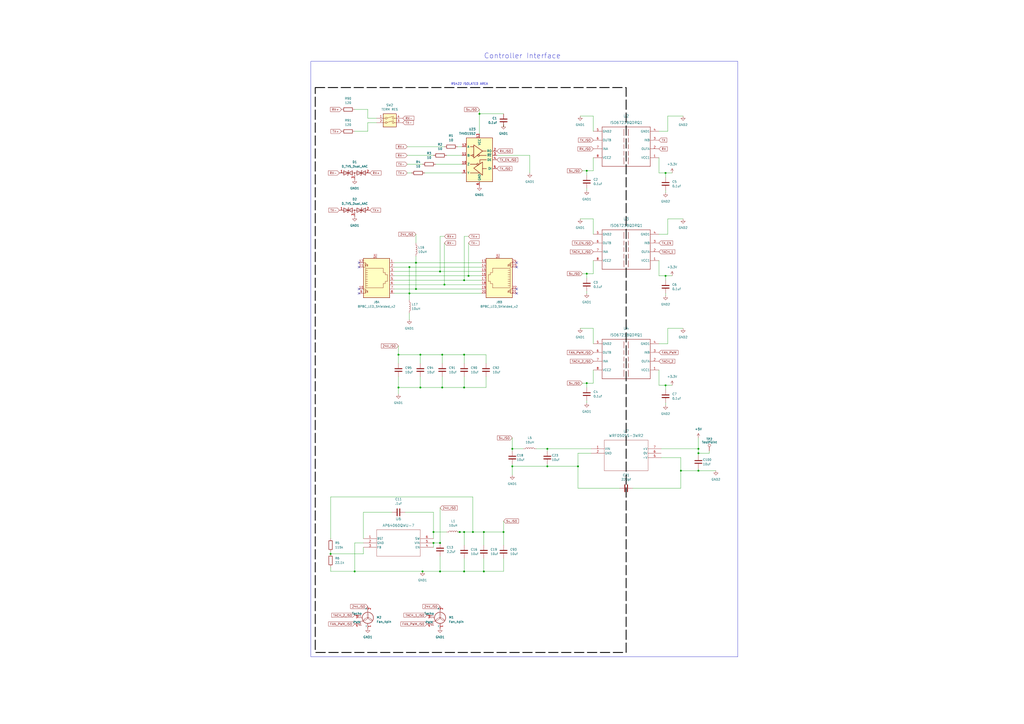
<source format=kicad_sch>
(kicad_sch (version 20230121) (generator eeschema)
  (paper "A2")
  (lib_symbols
    (symbol "2023-05-31_00-34-52:ISO6721BQDRQ1" (pin_names (offset 0.254))
      (property "Reference" "U" (at 0 2.54 0))
      (property "Value" "ISO6721BQDRQ1" (at 0 0 0))
      (symbol "ISO6721BQDRQ1_0_1"
        (pin power_in line (at 0 0 0) (length 5.08) (name "VCC1") (number "1"))
        (pin output line (at 0 -5.08 0) (length 5.08) (name "OUTA") (number "2"))
        (pin input line (at 0 -10.16 0) (length 5.08) (name "INB") (number "3"))
        (pin power_in line (at 0 -15.24 0) (length 5.08) (name "GND1") (number "4"))
        (pin power_in line (at 38.1 -15.24 180) (length 5.08) (name "GND2") (number "5"))
        (pin output line (at 38.1 -10.16 180) (length 5.08) (name "OUTB") (number "6"))
        (pin input line (at 38.1 -5.08 180) (length 5.08) (name "INA") (number "7"))
        (pin power_in line (at 38.1 0 180) (length 5.08) (name "VCC2") (number "8"))
      )
    )
    (symbol "2023-05-31_19-45-09:AP64060QWU-7" (pin_names (offset 0.254))
      (property "Reference" "U" (at 20.32 10.16 0))
      (property "Value" "AP64060QWU-7" (at 20.32 7.62 0))
      (symbol "AP64060QWU-7_0_1"
        (pin unspecified line (at 0 0 0) (length 7.62) (name "BST") (number "1"))
        (pin power_out line (at 0 -2.54 0) (length 7.62) (name "GND") (number "2"))
        (pin unspecified line (at 0 -5.08 0) (length 7.62) (name "FB") (number "3"))
        (pin unspecified line (at 40.64 -5.08 180) (length 7.62) (name "EN") (number "4"))
        (pin unspecified line (at 40.64 -2.54 180) (length 7.62) (name "VIN") (number "5"))
        (pin unspecified line (at 40.64 0 180) (length 7.62) (name "SW") (number "6"))
      )
    )
    (symbol "Connector:8P8C_LED_Shielded_x2"
      (property "Reference" "J" (at -5.08 13.97 0))
      (property "Value" "8P8C_LED_Shielded_x2" (at 1.27 13.97 0))
      (symbol "8P8C_LED_Shielded_x2_1_1"
        (pin passive line (at 10.16 -7.62 180) (length 2.54) (name "~") (number "1"))
        (pin passive line (at -10.16 7.62 0) (length 2.54) (name "~") (number "10"))
        (pin passive line (at -10.16 -5.08 0) (length 2.54) (name "~") (number "11"))
        (pin passive line (at -10.16 -7.62 0) (length 2.54) (name "~") (number "12"))
        (pin passive line (at 10.16 -5.08 180) (length 2.54) (name "~") (number "2"))
        (pin passive line (at 10.16 -2.54 180) (length 2.54) (name "~") (number "3"))
        (pin passive line (at 10.16 0 180) (length 2.54) (name "~") (number "4"))
        (pin passive line (at 10.16 2.54 180) (length 2.54) (name "~") (number "5"))
        (pin passive line (at 10.16 5.08 180) (length 2.54) (name "~") (number "6"))
        (pin passive line (at 10.16 7.62 180) (length 2.54) (name "~") (number "7"))
        (pin passive line (at 10.16 10.16 180) (length 2.54) (name "~") (number "8"))
        (pin passive line (at -10.16 10.16 0) (length 2.54) (name "~") (number "9"))
        (pin passive line (at 0 -12.7 90) (length 2.54) (name "~") (number "SH"))
      )
      (symbol "8P8C_LED_Shielded_x2_2_1"
        (pin passive line (at 10.16 -7.62 180) (length 2.54) (name "~") (number "13"))
        (pin passive line (at 10.16 -5.08 180) (length 2.54) (name "~") (number "14"))
        (pin passive line (at 10.16 -2.54 180) (length 2.54) (name "~") (number "15"))
        (pin passive line (at 10.16 0 180) (length 2.54) (name "~") (number "16"))
        (pin passive line (at 10.16 2.54 180) (length 2.54) (name "~") (number "17"))
        (pin passive line (at 10.16 5.08 180) (length 2.54) (name "~") (number "18"))
        (pin passive line (at 10.16 7.62 180) (length 2.54) (name "~") (number "19"))
        (pin passive line (at 10.16 10.16 180) (length 2.54) (name "~") (number "20"))
        (pin passive line (at -10.16 10.16 0) (length 2.54) (name "~") (number "21"))
        (pin passive line (at -10.16 7.62 0) (length 2.54) (name "~") (number "22"))
        (pin passive line (at -10.16 -5.08 0) (length 2.54) (name "~") (number "23"))
        (pin passive line (at -10.16 -7.62 0) (length 2.54) (name "~") (number "24"))
        (pin passive line (at 0 -12.7 90) (length 2.54) (name "~") (number "SH"))
      )
    )
    (symbol "Connector:TestPoint" (pin_numbers hide) (pin_names (offset 0.762) hide)
      (property "Reference" "TP" (at 0 6.858 0))
      (property "Value" "TestPoint" (at 0 5.08 0))
      (symbol "TestPoint_1_1"
        (pin passive line (at 0 0 90) (length 2.54) (name "1") (number "1"))
      )
    )
    (symbol "Device:C" (pin_numbers hide) (pin_names (offset 0.254))
      (property "Reference" "C" (at 0.635 2.54 0))
      (property "Value" "C" (at 0.635 -2.54 0))
      (symbol "C_1_1"
        (pin passive line (at 0 3.81 270) (length 2.794) (name "~") (number "1"))
        (pin passive line (at 0 -3.81 90) (length 2.794) (name "~") (number "2"))
      )
    )
    (symbol "Device:D_TVS_Dual_AAC" (pin_names (offset 1.016) hide)
      (property "Reference" "D" (at 0 4.445 0))
      (property "Value" "D_TVS_Dual_AAC" (at 0 2.54 0))
      (symbol "D_TVS_Dual_AAC_1_1"
        (pin passive line (at -8.89 0 0) (length 2.54) (name "A1") (number "1"))
        (pin passive line (at 8.89 0 180) (length 2.54) (name "A2") (number "2"))
        (pin input line (at 0 -3.81 90) (length 2.54) (name "common") (number "3"))
      )
    )
    (symbol "Device:L" (pin_numbers hide) (pin_names (offset 1.016) hide)
      (property "Reference" "L" (at -1.27 0 90))
      (property "Value" "L" (at 1.905 0 90))
      (symbol "L_1_1"
        (pin passive line (at 0 3.81 270) (length 1.27) (name "1") (number "1"))
        (pin passive line (at 0 -3.81 90) (length 1.27) (name "2") (number "2"))
      )
    )
    (symbol "Device:R" (pin_numbers hide) (pin_names (offset 0))
      (property "Reference" "R" (at 2.032 0 90))
      (property "Value" "R" (at 0 0 90))
      (symbol "R_1_1"
        (pin passive line (at 0 3.81 270) (length 1.27) (name "~") (number "1"))
        (pin passive line (at 0 -3.81 90) (length 1.27) (name "~") (number "2"))
      )
    )
    (symbol "F0505S DC-DC:F0505S" (pin_names (offset 0.254))
      (property "Reference" "U7" (at 20.32 10.16 0))
      (property "Value" "WRF0505S-3WR2" (at 20.32 7.62 0))
      (symbol "F0505S_1_1"
        (pin power_in line (at 0 0 0) (length 7.62) (name "VIN") (number "1"))
        (pin power_in line (at 0 -2.54 0) (length 7.62) (name "GND") (number "2"))
        (pin power_out line (at 40.64 -5.08 180) (length 7.62) (name "-V") (number "5"))
        (pin power_out line (at 40.64 -2.54 180) (length 7.62) (name "0V") (number "6"))
        (pin power_out line (at 40.64 0 180) (length 7.62) (name "+V") (number "7"))
      )
    )
    (symbol "Interface_UART:ADM1491EBR"
      (property "Reference" "U" (at -7.62 16.51 0))
      (property "Value" "ADM1491EBR" (at -11.43 -13.97 0))
      (symbol "ADM1491EBR_1_1"
        (pin no_connect line (at -7.62 -10.16 0) (length 2.54) hide (name "NC") (number "1"))
        (pin output line (at 10.16 -2.54 180) (length 2.54) (name "Z") (number "10"))
        (pin input line (at 10.16 2.54 180) (length 2.54) (name "B") (number "11"))
        (pin input line (at 10.16 7.62 180) (length 2.54) (name "A") (number "12"))
        (pin power_in line (at 0 15.24 270) (length 2.54) (name "VCC") (number "13"))
        (pin passive line (at 0 15.24 270) (length 2.54) hide (name "VCC") (number "14"))
        (pin output line (at -10.16 5.08 0) (length 2.54) (name "RO") (number "2"))
        (pin input line (at -10.16 2.54 0) (length 2.54) (name "~{RE}") (number "3"))
        (pin input line (at -10.16 0 0) (length 2.54) (name "DE") (number "4"))
        (pin input line (at -10.16 -5.08 0) (length 2.54) (name "DI") (number "5"))
        (pin power_in line (at 0 -15.24 90) (length 2.54) (name "GND") (number "6"))
        (pin passive line (at 0 -15.24 90) (length 2.54) hide (name "GND") (number "7"))
        (pin no_connect line (at -7.62 -7.62 0) (length 2.54) hide (name "NC") (number "8"))
        (pin output line (at 10.16 -7.62 180) (length 2.54) (name "Y") (number "9"))
      )
    )
    (symbol "Motor:Fan_4pin" (pin_names (offset 0))
      (property "Reference" "M" (at 2.54 5.08 0))
      (property "Value" "Fan_4pin" (at 2.54 -2.54 0))
      (symbol "Fan_4pin_1_1"
        (pin passive line (at 0 -5.08 90) (length 2.54) (name "-") (number "1"))
        (pin passive line (at 0 7.62 270) (length 2.54) (name "+") (number "2"))
        (pin passive line (at -7.62 2.54 0) (length 2.54) (name "Tacho") (number "3"))
        (pin input line (at -7.62 -2.54 0) (length 2.54) (name "PWM") (number "4"))
      )
    )
    (symbol "Switch:SW_DIP_x02" (pin_names (offset 0) hide)
      (property "Reference" "SW" (at 0 6.35 0))
      (property "Value" "SW_DIP_x02" (at 0 -3.81 0))
      (symbol "SW_DIP_x02_1_1"
        (pin passive line (at -7.62 2.54 0) (length 5.08) (name "~") (number "1"))
        (pin passive line (at -7.62 0 0) (length 5.08) (name "~") (number "2"))
        (pin passive line (at 7.62 0 180) (length 5.08) (name "~") (number "3"))
        (pin passive line (at 7.62 2.54 180) (length 5.08) (name "~") (number "4"))
      )
    )
    (symbol "power:+3.3V" (power) (pin_names (offset 0))
      (property "Value" "+3.3V" (at 0 3.556 0))
      (symbol "+3.3V_1_1"
        (pin power_in line (at 0 0 90) (length 0) hide (name "+3.3V") (number "1"))
      )
    )
    (symbol "power:+5V" (power) (pin_names (offset 0))
      (property "Value" "+5V" (at 0 3.556 0))
      (symbol "+5V_1_1"
        (pin power_in line (at 0 0 90) (length 0) hide (name "+5V") (number "1"))
      )
    )
    (symbol "power:GND1" (power) (pin_names (offset 0))
      (property "Value" "GND1" (at 0 -3.81 0))
      (symbol "GND1_1_1"
        (pin power_in line (at 0 0 270) (length 0) hide (name "GND1") (number "1"))
      )
    )
    (symbol "power:GND2" (power) (pin_names (offset 0))
      (property "Value" "GND2" (at 0 -3.81 0))
      (symbol "GND2_1_1"
        (pin power_in line (at 0 0 270) (length 0) hide (name "GND2") (number "1"))
      )
    )
  )
  (junction (at 231.14 224.79))
  (junction (at 335.28 270.51))
  (junction (at 256.54 205.74))
  (junction (at 269.24 308.61))
  (junction (at 386.08 160.02))
  (junction (at 405.13 273.05))
  (junction (at 257.81 165.1))
  (junction (at 255.27 314.96))
  (junction (at 405.13 262.89))
  (junction (at 237.49 170.18))
  (junction (at 241.3 167.64))
  (junction (at 405.13 260.35))
  (junction (at 297.18 270.51))
  (junction (at 271.78 160.02))
  (junction (at 317.5 270.51))
  (junction (at 251.46 308.61))
  (junction (at 269.24 162.56))
  (junction (at 266.7 308.61))
  (junction (at 255.27 331.47))
  (junction (at 292.1 308.61))
  (junction (at 269.24 224.79))
  (junction (at 274.32 308.61))
  (junction (at 280.67 331.47))
  (junction (at 340.36 222.25))
  (junction (at 386.08 100.33))
  (junction (at 256.54 224.79))
  (junction (at 231.14 205.74))
  (junction (at 394.97 273.05))
  (junction (at 269.24 205.74))
  (junction (at 317.5 260.35))
  (junction (at 340.36 99.06))
  (junction (at 251.46 314.96))
  (junction (at 241.3 152.4))
  (junction (at 386.08 223.52))
  (junction (at 245.11 331.47))
  (junction (at 243.84 205.74))
  (junction (at 340.36 158.75))
  (junction (at 255.27 157.48))
  (junction (at 269.24 331.47))
  (junction (at 237.49 154.94))
  (junction (at 280.67 308.61))
  (junction (at 191.77 321.31))
  (junction (at 297.18 260.35))
  (junction (at 278.13 66.04))
  (junction (at 243.84 224.79))
  (junction (at 205.74 331.47))
  (no_connect (at 208.28 152.4))
  (no_connect (at 299.72 152.4))
  (no_connect (at 299.72 167.64))
  (no_connect (at 208.28 170.18))
  (no_connect (at 299.72 154.94))
  (no_connect (at 299.72 170.18))
  (no_connect (at 208.28 154.94))
  (no_connect (at 208.28 167.64))
  (wire (pts (xy 386.08 110.49) (xy 386.08 111.76)))
  (wire (pts (xy 394.97 283.21) (xy 394.97 273.05)))
  (wire (pts (xy 274.32 288.29) (xy 274.32 308.61)))
  (wire (pts (xy 389.89 100.33) (xy 386.08 100.33)))
  (wire (pts (xy 280.67 308.61) (xy 280.67 316.23)))
  (wire (pts (xy 387.35 76.2) (xy 387.35 67.31)))
  (wire (pts (xy 317.5 260.35) (xy 342.9 260.35)))
  (wire (pts (xy 237.49 170.18) (xy 237.49 173.99)))
  (wire (pts (xy 267.97 85.09) (xy 265.43 85.09)))
  (wire (pts (xy 231.14 218.44) (xy 231.14 224.79)))
  (wire (pts (xy 386.08 233.68) (xy 386.08 234.95)))
  (wire (pts (xy 241.3 148.59) (xy 241.3 152.4)))
  (wire (pts (xy 267.97 95.25) (xy 252.73 95.25)))
  (wire (pts (xy 292.1 72.39) (xy 292.1 73.66)))
  (wire (pts (xy 205.74 63.5) (xy 213.36 63.5)))
  (wire (pts (xy 383.54 260.35) (xy 405.13 260.35)))
  (wire (pts (xy 251.46 297.18) (xy 234.95 297.18)))
  (wire (pts (xy 297.18 270.51) (xy 317.5 270.51)))
  (wire (pts (xy 382.27 223.52) (xy 382.27 214.63)))
  (wire (pts (xy 344.17 222.25) (xy 340.36 222.25)))
  (wire (pts (xy 405.13 262.89) (xy 405.13 264.16)))
  (wire (pts (xy 231.14 228.6) (xy 231.14 224.79)))
  (wire (pts (xy 344.17 127) (xy 344.17 135.89)))
  (wire (pts (xy 255.27 322.58) (xy 255.27 331.47)))
  (wire (pts (xy 292.1 302.26) (xy 292.1 308.61)))
  (wire (pts (xy 344.17 99.06) (xy 340.36 99.06)))
  (wire (pts (xy 228.6 157.48) (xy 255.27 157.48)))
  (wire (pts (xy 386.08 160.02) (xy 382.27 160.02)))
  (wire (pts (xy 243.84 218.44) (xy 243.84 224.79)))
  (wire (pts (xy 340.36 168.91) (xy 340.36 170.18)))
  (wire (pts (xy 411.48 262.89) (xy 405.13 262.89)))
  (wire (pts (xy 297.18 260.35) (xy 303.53 260.35)))
  (wire (pts (xy 228.6 154.94) (xy 237.49 154.94)))
  (wire (pts (xy 231.14 210.82) (xy 231.14 205.74)))
  (wire (pts (xy 205.74 314.96) (xy 205.74 331.47)))
  (wire (pts (xy 243.84 205.74) (xy 243.84 210.82)))
  (wire (pts (xy 307.34 100.33) (xy 307.34 90.17)))
  (wire (pts (xy 387.35 190.5) (xy 396.24 190.5)))
  (wire (pts (xy 191.77 331.47) (xy 205.74 331.47)))
  (wire (pts (xy 386.08 100.33) (xy 386.08 102.87)))
  (wire (pts (xy 236.22 95.25) (xy 245.11 95.25)))
  (wire (pts (xy 205.74 76.2) (xy 213.36 76.2)))
  (wire (pts (xy 191.77 312.42) (xy 191.77 288.29)))
  (wire (pts (xy 269.24 224.79) (xy 256.54 224.79)))
  (wire (pts (xy 213.36 71.12) (xy 218.44 71.12)))
  (wire (pts (xy 382.27 76.2) (xy 387.35 76.2)))
  (wire (pts (xy 256.54 205.74) (xy 256.54 210.82)))
  (wire (pts (xy 271.78 140.97) (xy 271.78 160.02)))
  (wire (pts (xy 411.48 261.62) (xy 411.48 262.89)))
  (wire (pts (xy 335.28 262.89) (xy 335.28 270.51)))
  (wire (pts (xy 269.24 308.61) (xy 269.24 316.23)))
  (wire (pts (xy 359.41 283.21) (xy 335.28 283.21)))
  (wire (pts (xy 269.24 205.74) (xy 269.24 210.82)))
  (wire (pts (xy 256.54 224.79) (xy 256.54 218.44)))
  (wire (pts (xy 307.34 90.17) (xy 288.29 90.17)))
  (wire (pts (xy 340.36 222.25) (xy 337.82 222.25)))
  (wire (pts (xy 382.27 160.02) (xy 382.27 151.13)))
  (wire (pts (xy 241.3 152.4) (xy 241.3 167.64)))
  (wire (pts (xy 405.13 254) (xy 405.13 260.35)))
  (wire (pts (xy 281.94 210.82) (xy 281.94 205.74)))
  (wire (pts (xy 251.46 308.61) (xy 251.46 297.18)))
  (wire (pts (xy 394.97 265.43) (xy 394.97 273.05)))
  (wire (pts (xy 191.77 320.04) (xy 191.77 321.31)))
  (wire (pts (xy 297.18 275.59) (xy 297.18 270.51)))
  (wire (pts (xy 205.74 331.47) (xy 245.11 331.47)))
  (wire (pts (xy 257.81 140.97) (xy 257.81 165.1)))
  (wire (pts (xy 274.32 308.61) (xy 280.67 308.61)))
  (wire (pts (xy 191.77 288.29) (xy 274.32 288.29)))
  (wire (pts (xy 243.84 224.79) (xy 256.54 224.79)))
  (wire (pts (xy 265.43 308.61) (xy 266.7 308.61)))
  (wire (pts (xy 387.35 199.39) (xy 387.35 190.5)))
  (wire (pts (xy 269.24 205.74) (xy 256.54 205.74)))
  (wire (pts (xy 336.55 190.5) (xy 344.17 190.5)))
  (wire (pts (xy 405.13 273.05) (xy 415.29 273.05)))
  (wire (pts (xy 344.17 158.75) (xy 340.36 158.75)))
  (wire (pts (xy 237.49 154.94) (xy 279.4 154.94)))
  (wire (pts (xy 387.35 127) (xy 396.24 127)))
  (wire (pts (xy 292.1 308.61) (xy 280.67 308.61)))
  (wire (pts (xy 336.55 67.31) (xy 344.17 67.31)))
  (wire (pts (xy 251.46 308.61) (xy 259.08 308.61)))
  (wire (pts (xy 269.24 137.16) (xy 269.24 162.56)))
  (wire (pts (xy 269.24 162.56) (xy 279.4 162.56)))
  (wire (pts (xy 386.08 223.52) (xy 382.27 223.52)))
  (wire (pts (xy 231.14 200.66) (xy 231.14 205.74)))
  (wire (pts (xy 257.81 165.1) (xy 279.4 165.1)))
  (wire (pts (xy 292.1 323.85) (xy 292.1 331.47)))
  (wire (pts (xy 387.35 135.89) (xy 387.35 127)))
  (wire (pts (xy 340.36 99.06) (xy 337.82 99.06)))
  (wire (pts (xy 317.5 270.51) (xy 335.28 270.51)))
  (wire (pts (xy 271.78 137.16) (xy 269.24 137.16)))
  (wire (pts (xy 269.24 308.61) (xy 274.32 308.61)))
  (wire (pts (xy 317.5 269.24) (xy 317.5 270.51)))
  (wire (pts (xy 228.6 162.56) (xy 269.24 162.56)))
  (wire (pts (xy 255.27 294.64) (xy 255.27 314.96)))
  (wire (pts (xy 228.6 170.18) (xy 237.49 170.18)))
  (wire (pts (xy 228.6 165.1) (xy 257.81 165.1)))
  (wire (pts (xy 405.13 271.78) (xy 405.13 273.05)))
  (wire (pts (xy 311.15 260.35) (xy 317.5 260.35)))
  (wire (pts (xy 228.6 167.64) (xy 241.3 167.64)))
  (wire (pts (xy 340.36 222.25) (xy 340.36 224.79)))
  (wire (pts (xy 281.94 218.44) (xy 281.94 224.79)))
  (wire (pts (xy 237.49 170.18) (xy 279.4 170.18)))
  (wire (pts (xy 382.27 199.39) (xy 387.35 199.39)))
  (wire (pts (xy 389.89 223.52) (xy 386.08 223.52)))
  (wire (pts (xy 228.6 152.4) (xy 241.3 152.4)))
  (wire (pts (xy 386.08 100.33) (xy 382.27 100.33)))
  (wire (pts (xy 269.24 218.44) (xy 269.24 224.79)))
  (wire (pts (xy 243.84 205.74) (xy 256.54 205.74)))
  (wire (pts (xy 267.97 100.33) (xy 246.38 100.33)))
  (wire (pts (xy 340.36 109.22) (xy 340.36 110.49)))
  (wire (pts (xy 210.82 317.5) (xy 210.82 321.31)))
  (wire (pts (xy 257.81 137.16) (xy 255.27 137.16)))
  (wire (pts (xy 213.36 76.2) (xy 213.36 71.12)))
  (wire (pts (xy 386.08 223.52) (xy 386.08 226.06)))
  (wire (pts (xy 210.82 312.42) (xy 210.82 297.18)))
  (wire (pts (xy 213.36 63.5) (xy 213.36 68.58)))
  (wire (pts (xy 340.36 99.06) (xy 340.36 101.6)))
  (wire (pts (xy 297.18 260.35) (xy 297.18 261.62)))
  (wire (pts (xy 278.13 63.5) (xy 278.13 66.04)))
  (wire (pts (xy 191.77 328.93) (xy 191.77 331.47)))
  (wire (pts (xy 335.28 262.89) (xy 342.9 262.89)))
  (wire (pts (xy 271.78 160.02) (xy 279.4 160.02)))
  (wire (pts (xy 335.28 283.21) (xy 335.28 270.51)))
  (wire (pts (xy 297.18 269.24) (xy 297.18 270.51)))
  (wire (pts (xy 344.17 151.13) (xy 344.17 158.75)))
  (wire (pts (xy 269.24 323.85) (xy 269.24 331.47)))
  (wire (pts (xy 231.14 205.74) (xy 243.84 205.74)))
  (wire (pts (xy 292.1 66.04) (xy 278.13 66.04)))
  (wire (pts (xy 251.46 314.96) (xy 255.27 314.96)))
  (wire (pts (xy 344.17 214.63) (xy 344.17 222.25)))
  (wire (pts (xy 251.46 312.42) (xy 251.46 308.61)))
  (wire (pts (xy 255.27 331.47) (xy 269.24 331.47)))
  (wire (pts (xy 382.27 100.33) (xy 382.27 91.44)))
  (wire (pts (xy 267.97 90.17) (xy 259.08 90.17)))
  (wire (pts (xy 210.82 321.31) (xy 191.77 321.31)))
  (wire (pts (xy 344.17 91.44) (xy 344.17 99.06)))
  (wire (pts (xy 236.22 100.33) (xy 238.76 100.33)))
  (wire (pts (xy 241.3 152.4) (xy 279.4 152.4)))
  (wire (pts (xy 386.08 160.02) (xy 386.08 162.56)))
  (wire (pts (xy 297.18 260.35) (xy 297.18 254)))
  (wire (pts (xy 280.67 323.85) (xy 280.67 331.47)))
  (wire (pts (xy 317.5 260.35) (xy 317.5 261.62)))
  (wire (pts (xy 210.82 297.18) (xy 227.33 297.18)))
  (wire (pts (xy 387.35 67.31) (xy 396.24 67.31)))
  (wire (pts (xy 237.49 154.94) (xy 237.49 170.18)))
  (wire (pts (xy 382.27 135.89) (xy 387.35 135.89)))
  (wire (pts (xy 389.89 160.02) (xy 386.08 160.02)))
  (wire (pts (xy 394.97 265.43) (xy 383.54 265.43)))
  (wire (pts (xy 281.94 224.79) (xy 269.24 224.79)))
  (wire (pts (xy 231.14 224.79) (xy 243.84 224.79)))
  (wire (pts (xy 251.46 314.96) (xy 251.46 317.5)))
  (wire (pts (xy 241.3 167.64) (xy 279.4 167.64)))
  (wire (pts (xy 344.17 67.31) (xy 344.17 76.2)))
  (wire (pts (xy 336.55 127) (xy 344.17 127)))
  (wire (pts (xy 236.22 85.09) (xy 257.81 85.09)))
  (wire (pts (xy 269.24 331.47) (xy 280.67 331.47)))
  (wire (pts (xy 292.1 308.61) (xy 292.1 316.23)))
  (wire (pts (xy 213.36 68.58) (xy 218.44 68.58)))
  (wire (pts (xy 228.6 160.02) (xy 271.78 160.02)))
  (wire (pts (xy 386.08 170.18) (xy 386.08 171.45)))
  (wire (pts (xy 292.1 331.47) (xy 280.67 331.47)))
  (wire (pts (xy 344.17 190.5) (xy 344.17 199.39)))
  (wire (pts (xy 245.11 331.47) (xy 255.27 331.47)))
  (wire (pts (xy 237.49 181.61) (xy 237.49 185.42)))
  (wire (pts (xy 255.27 137.16) (xy 255.27 157.48)))
  (wire (pts (xy 281.94 205.74) (xy 269.24 205.74)))
  (wire (pts (xy 405.13 260.35) (xy 405.13 262.89)))
  (wire (pts (xy 266.7 308.61) (xy 269.24 308.61)))
  (wire (pts (xy 340.36 158.75) (xy 340.36 161.29)))
  (wire (pts (xy 255.27 157.48) (xy 279.4 157.48)))
  (wire (pts (xy 367.03 283.21) (xy 394.97 283.21)))
  (wire (pts (xy 241.3 135.89) (xy 241.3 140.97)))
  (wire (pts (xy 278.13 66.04) (xy 278.13 77.47)))
  (wire (pts (xy 236.22 90.17) (xy 251.46 90.17)))
  (wire (pts (xy 340.36 232.41) (xy 340.36 233.68)))
  (wire (pts (xy 394.97 273.05) (xy 405.13 273.05)))
  (wire (pts (xy 210.82 314.96) (xy 205.74 314.96)))
  (wire (pts (xy 340.36 158.75) (xy 337.82 158.75)))
  (rectangle (start 182.88 50.8) (end 363.22 378.46) (stroke (width 0.5) (type dash) (color 0 0 0 0.14)))
  (rectangle (start 180.34 35.56) (end 427.99 381))
  (text "RS422 ISOLATED AREA" (at 261.62 49.53 0) (effects (font (size 1.27 1.27)) (justify left bottom)))
  (text "Controller Interface" (at 280.67 34.29 0) (effects (font (size 3 3)) (justify left bottom)))
  (global_label "5v_ISO" (shape input) (at 278.13 63.5 180) (property "Intersheetrefs" "${INTERSHEET_REFS}" (effects hide)))
  (global_label "5v_ISO" (shape input) (at 337.82 158.75 180) (property "Intersheetrefs" "${INTERSHEET_REFS}" (effects hide)))
  (global_label "TX+" (shape input) (at 236.22 100.33 180) (property "Intersheetrefs" "${INTERSHEET_REFS}" (effects hide)))
  (global_label "TX-" (shape input) (at 196.85 121.92 180) (property "Intersheetrefs" "${INTERSHEET_REFS}" (effects hide)))
  (global_label "RX-" (shape input) (at 236.22 90.17 180) (property "Intersheetrefs" "${INTERSHEET_REFS}" (effects hide)))
  (global_label "24V_ISO" (shape input) (at 255.27 351.79 180) (property "Intersheetrefs" "${INTERSHEET_REFS}" (effects hide)))
  (global_label "TX_ISO" (shape input) (at 344.17 81.28 180) (property "Intersheetrefs" "${INTERSHEET_REFS}" (effects hide)))
  (global_label "RX+" (shape input) (at 214.63 100.33 0) (property "Intersheetrefs" "${INTERSHEET_REFS}" (effects hide)))
  (global_label "TACH_2_ISO" (shape input) (at 205.74 356.87 180) (property "Intersheetrefs" "${INTERSHEET_REFS}" (effects hide)))
  (global_label "RX-" (shape input) (at 257.81 140.97 0) (property "Intersheetrefs" "${INTERSHEET_REFS}" (effects hide)))
  (global_label "TX_EN_ISO" (shape input) (at 344.17 140.97 180) (property "Intersheetrefs" "${INTERSHEET_REFS}" (effects hide)))
  (global_label "24V_ISO" (shape input) (at 255.27 294.64 0) (property "Intersheetrefs" "${INTERSHEET_REFS}" (effects hide)))
  (global_label "5v_ISO" (shape input) (at 337.82 222.25 180) (property "Intersheetrefs" "${INTERSHEET_REFS}" (effects hide)))
  (global_label "24V_ISO" (shape input) (at 213.36 351.79 180) (property "Intersheetrefs" "${INTERSHEET_REFS}" (effects hide)))
  (global_label "FAN_PWM_ISO" (shape input) (at 205.74 361.95 180) (property "Intersheetrefs" "${INTERSHEET_REFS}" (effects hide)))
  (global_label "5v_ISO" (shape input) (at 337.82 99.06 180) (property "Intersheetrefs" "${INTERSHEET_REFS}" (effects hide)))
  (global_label "RX-" (shape input) (at 196.85 100.33 180) (property "Intersheetrefs" "${INTERSHEET_REFS}" (effects hide)))
  (global_label "TX" (shape input) (at 382.27 81.28 0) (property "Intersheetrefs" "${INTERSHEET_REFS}" (effects hide)))
  (global_label "5v_ISO" (shape input) (at 297.18 254 180) (property "Intersheetrefs" "${INTERSHEET_REFS}" (effects hide)))
  (global_label "TX+" (shape input) (at 214.63 121.92 0) (property "Intersheetrefs" "${INTERSHEET_REFS}" (effects hide)))
  (global_label "TX+" (shape input) (at 198.12 76.2 180) (property "Intersheetrefs" "${INTERSHEET_REFS}" (effects hide)))
  (global_label "RX_ISO" (shape input) (at 344.17 86.36 180) (property "Intersheetrefs" "${INTERSHEET_REFS}" (effects hide)))
  (global_label "TACH_1_ISO" (shape input) (at 247.65 356.87 180) (property "Intersheetrefs" "${INTERSHEET_REFS}" (effects hide)))
  (global_label "TX-" (shape input) (at 271.78 140.97 0) (property "Intersheetrefs" "${INTERSHEET_REFS}" (effects hide)))
  (global_label "TACH_1" (shape input) (at 382.27 146.05 0) (property "Intersheetrefs" "${INTERSHEET_REFS}" (effects hide)))
  (global_label "RX_ISO" (shape input) (at 288.29 87.63 0) (property "Intersheetrefs" "${INTERSHEET_REFS}" (effects hide)))
  (global_label "TACH_2_ISO" (shape input) (at 344.17 209.55 180) (property "Intersheetrefs" "${INTERSHEET_REFS}" (effects hide)))
  (global_label "RX+" (shape input) (at 236.22 85.09 180) (property "Intersheetrefs" "${INTERSHEET_REFS}" (effects hide)))
  (global_label "TX_EN" (shape input) (at 382.27 140.97 0) (property "Intersheetrefs" "${INTERSHEET_REFS}" (effects hide)))
  (global_label "TACH_1_ISO" (shape input) (at 344.17 146.05 180) (property "Intersheetrefs" "${INTERSHEET_REFS}" (effects hide)))
  (global_label "24V_ISO" (shape input) (at 231.14 200.66 180) (property "Intersheetrefs" "${INTERSHEET_REFS}" (effects hide)))
  (global_label "TX_ISO" (shape input) (at 288.29 97.79 0) (property "Intersheetrefs" "${INTERSHEET_REFS}" (effects hide)))
  (global_label "RX+" (shape input) (at 257.81 137.16 0) (property "Intersheetrefs" "${INTERSHEET_REFS}" (effects hide)))
  (global_label "FAN_PWM_ISO" (shape input) (at 344.17 204.47 180) (property "Intersheetrefs" "${INTERSHEET_REFS}" (effects hide)))
  (global_label "FAN_PWM_ISO" (shape input) (at 247.65 361.95 180) (property "Intersheetrefs" "${INTERSHEET_REFS}" (effects hide)))
  (global_label "TX-" (shape input) (at 233.68 71.12 0) (property "Intersheetrefs" "${INTERSHEET_REFS}" (effects hide)))
  (global_label "5v_ISO" (shape input) (at 292.1 302.26 0) (property "Intersheetrefs" "${INTERSHEET_REFS}" (effects hide)))
  (global_label "TX-" (shape input) (at 236.22 95.25 180) (property "Intersheetrefs" "${INTERSHEET_REFS}" (effects hide)))
  (global_label "FAN_PWM" (shape input) (at 382.27 204.47 0) (property "Intersheetrefs" "${INTERSHEET_REFS}" (effects hide)))
  (global_label "TX+" (shape input) (at 271.78 137.16 0) (property "Intersheetrefs" "${INTERSHEET_REFS}" (effects hide)))
  (global_label "RX-" (shape input) (at 233.68 68.58 0) (property "Intersheetrefs" "${INTERSHEET_REFS}" (effects hide)))
  (global_label "24V_ISO" (shape input) (at 241.3 135.89 180) (property "Intersheetrefs" "${INTERSHEET_REFS}" (effects hide)))
  (global_label "RX" (shape input) (at 382.27 86.36 0) (property "Intersheetrefs" "${INTERSHEET_REFS}" (effects hide)))
  (global_label "TX_EN_ISO" (shape input) (at 288.29 92.71 0) (property "Intersheetrefs" "${INTERSHEET_REFS}" (effects hide)))
  (global_label "RX+" (shape input) (at 198.12 63.5 180) (property "Intersheetrefs" "${INTERSHEET_REFS}" (effects hide)))
  (global_label "TACH_2" (shape input) (at 382.27 209.55 0) (property "Intersheetrefs" "${INTERSHEET_REFS}" (effects hide)))
  (symbol (lib_id "Device:C") (at 231.14 214.63 0) (unit 1)
    (property "Reference" "C95" (at 234.95 213.3599 0) (effects (justify left)))
    (property "Value" "10uf" (at 234.95 215.8999 0) (effects (justify left)))
    (property "Footprint" "Capacitor_SMD:C_0805_2012Metric" (effects hide))
    (instances (project "HV servo drive v1" (path "" (reference "C95") (unit 1)) (path "" (reference "C1") (unit 1))))
  )
  (symbol (lib_id "power:GND1") (at 340.36 170.18 0) (unit 1)
    (property "Reference" "#PWR09" (effects hide))
    (property "Value" "GND1" (at 340.36 175.26 0))
    (instances (project "HV servo drive v1" (path "" (reference "#PWR09") (unit 1)) (path "" (reference "#PWR020") (unit 1))))
  )
  (symbol (lib_id "power:GND1") (at 213.36 364.49 0) (unit 1)
    (property "Reference" "#PWR029" (effects hide))
    (property "Value" "GND1" (at 213.36 369.57 0))
    (instances (project "HV servo drive v1" (path "" (reference "#PWR029") (unit 1)) (path "" (reference "#PWR03") (unit 1))))
  )
  (symbol (lib_id "Device:R") (at 248.92 95.25 270) (mirror x) (unit 1)
    (property "Reference" "R3" (at 248.92 88.9 90))
    (property "Value" "10" (at 248.92 91.44 90))
    (property "Footprint" "Resistor_SMD:R_0603_1608Metric" (effects hide))
    (instances (project "HV servo drive v1" (path "" (reference "R3") (unit 1)) (path "" (reference "R6") (unit 1))))
  )
  (symbol (lib_id "Connector:8P8C_LED_Shielded_x2") (at 289.56 160.02 180) (unit 2)
    (property "Reference" "J8" (at 289.56 175.26 0))
    (property "Value" "8P8C_LED_Shielded_x2" (at 289.56 177.8 0))
    (property "Footprint" "footprints:RJ45_E5908-0T0343-L" (effects hide))
    (instances (project "HV servo drive v1" (path "" (reference "J8") (unit 2)) (path "" (reference "J7") (unit 2))))
  )
  (symbol (lib_id "power:GND1") (at 307.34 100.33 0) (mirror y) (unit 1)
    (property "Reference" "#PWR011" (effects hide))
    (property "Value" "GND1" (at 307.34 105.41 0))
    (instances (project "HV servo drive v1" (path "" (reference "#PWR011") (unit 1)) (path "" (reference "#PWR015") (unit 1))))
  )
  (symbol (lib_id "F0505S DC-DC:F0505S") (at 342.9 260.35 0) (unit 1)
    (property "Reference" "U7" (at 363.22 250.19 0) (effects (font (size 1.524 1.524))))
    (property "Value" "WRF0505S-3WR2" (at 363.22 252.73 0) (effects (font (size 1.524 1.524))))
    (property "Footprint" "footprints:F0505S-2WR3" (effects hide))
    (property "Datasheet" "WRF0505S-3WR2" (effects hide))
    (instances (project "HV servo drive v1" (path "" (reference "U7") (unit 1)) (path "" (reference "U4") (unit 1))))
  )
  (symbol (lib_id "Switch:SW_DIP_x02") (at 226.06 71.12 0) (unit 1)
    (property "Reference" "SW2" (at 226.06 60.96 0))
    (property "Value" "TERM RES" (at 226.06 63.5 0))
    (property "Footprint" "Package_DIP:DIP-4_W7.62mm" (effects hide))
  )
  (symbol (lib_id "power:GND1") (at 205.74 125.73 0) (unit 1)
    (property "Reference" "#PWR025" (effects hide))
    (property "Value" "GND1" (at 205.74 130.81 0))
    (instances (project "HV servo drive v1" (path "" (reference "#PWR025") (unit 1)) (path "" (reference "#PWR02") (unit 1))))
  )
  (symbol (lib_id "power:GND1") (at 297.18 275.59 0) (unit 1)
    (property "Reference" "#PWR039" (effects hide))
    (property "Value" "GND1" (at 297.18 280.67 0))
    (instances (project "HV servo drive v1" (path "" (reference "#PWR039") (unit 1)) (path "" (reference "#PWR014") (unit 1))))
  )
  (symbol (lib_id "Device:D_TVS_Dual_AAC") (at 205.74 121.92 0) (unit 1)
    (property "Reference" "D2" (at 205.74 115.57 0))
    (property "Value" "D_TVS_Dual_AAC" (at 205.74 118.11 0))
    (property "Footprint" "Package_TO_SOT_SMD:SOT-23" (effects hide))
  )
  (symbol (lib_id "Device:L") (at 262.89 308.61 90) (unit 1)
    (property "Reference" "L1" (at 262.89 302.26 90))
    (property "Value" "10uH" (at 262.89 304.8 90))
    (property "Footprint" "Inductor_SMD:L_1008_2520Metric" (effects hide))
    (instances (project "HV servo drive v1" (path "" (reference "L1") (unit 1)) (path "" (reference "L16") (unit 1))))
  )
  (symbol (lib_id "Device:R") (at 201.93 76.2 90) (unit 1)
    (property "Reference" "R91" (at 201.93 69.85 90))
    (property "Value" "120" (at 201.93 72.39 90))
    (property "Footprint" "Resistor_SMD:R_0603_1608Metric" (effects hide))
    (instances (project "HV servo drive v1" (path "" (reference "R91") (unit 1)) (path "" (reference "R4") (unit 1))))
  )
  (symbol (lib_id "Device:C") (at 243.84 214.63 0) (unit 1)
    (property "Reference" "C94" (at 247.65 213.3599 0) (effects (justify left)))
    (property "Value" "10uf" (at 247.65 215.8999 0) (effects (justify left)))
    (property "Footprint" "Capacitor_SMD:C_0805_2012Metric" (effects hide))
    (instances (project "HV servo drive v1" (path "" (reference "C94") (unit 1)) (path "" (reference "C3") (unit 1))))
  )
  (symbol (lib_id "Device:C") (at 405.13 267.97 0) (unit 1)
    (property "Reference" "C100" (at 407.67 266.7 0) (effects (justify left)))
    (property "Value" "10uf" (at 407.67 269.24 0) (effects (justify left)))
    (property "Footprint" "Capacitor_SMD:C_0805_2012Metric" (effects hide))
  )
  (symbol (lib_id "Device:C") (at 281.94 214.63 0) (unit 1)
    (property "Reference" "C92" (at 285.75 213.3599 0) (effects (justify left)))
    (property "Value" "10uf" (at 285.75 215.8999 0) (effects (justify left)))
    (property "Footprint" "Capacitor_SMD:C_0805_2012Metric" (effects hide))
    (instances (project "HV servo drive v1" (path "" (reference "C92") (unit 1)) (path "" (reference "C13") (unit 1))))
  )
  (symbol (lib_id "Device:C") (at 340.36 228.6 0) (unit 1)
    (property "Reference" "C4" (at 344.17 227.3299 0) (effects (justify left)))
    (property "Value" "0.1uf" (at 344.17 229.8699 0) (effects (justify left)))
    (property "Footprint" "Capacitor_SMD:C_0603_1608Metric" (effects hide))
    (instances (project "HV servo drive v1" (path "" (reference "C4") (unit 1)) (path "" (reference "C91") (unit 1))))
  )
  (symbol (lib_id "2023-05-31_19-45-09:AP64060QWU-7") (at 210.82 312.42 0) (unit 1)
    (property "Reference" "U6" (at 231.14 300.99 0) (effects (font (size 1.524 1.524))))
    (property "Value" "AP64060QWU-7" (at 231.14 304.8 0) (effects (font (size 1.524 1.524))))
    (property "Footprint" "footprints:IC6_AP64060QWU-7_DIO" (effects hide))
    (property "Datasheet" "AP64060QWU-7" (effects hide))
    (instances (project "HV servo drive v1" (path "" (reference "U6") (unit 1)) (path "" (reference "U2") (unit 1))))
  )
  (symbol (lib_id "2023-05-31_00-34-52:ISO6721BQDRQ1") (at 382.27 91.44 180) (unit 1)
    (property "Reference" "U2" (at 363.22 67.31 0) (effects (font (size 1.524 1.524))))
    (property "Value" "ISO6721BQDRQ1" (at 363.22 71.12 0) (effects (font (size 1.524 1.524))))
    (property "Footprint" "footprints:SOICN-8_LTF" (effects hide))
    (property "Datasheet" "ISO6721BQDRQ1" (effects hide))
    (instances (project "HV servo drive v1" (path "" (reference "U2") (unit 1)) (path "" (reference "U6") (unit 1))))
  )
  (symbol (lib_id "Device:C") (at 292.1 320.04 0) (unit 1)
    (property "Reference" "C93" (at 295.91 318.7699 0) (effects (justify left)))
    (property "Value" "10uf" (at 295.91 321.3099 0) (effects (justify left)))
    (property "Footprint" "Capacitor_SMD:C_0805_2012Metric" (effects hide))
    (instances (project "HV servo drive v1" (path "" (reference "C93") (unit 1)) (path "" (reference "C18") (unit 1))))
  )
  (symbol (lib_id "Device:C") (at 256.54 214.63 0) (unit 1)
    (property "Reference" "C91" (at 260.35 213.3599 0) (effects (justify left)))
    (property "Value" "10uf" (at 260.35 215.8999 0) (effects (justify left)))
    (property "Footprint" "Capacitor_SMD:C_0805_2012Metric" (effects hide))
    (instances (project "HV servo drive v1" (path "" (reference "C91") (unit 1)) (path "" (reference "C5") (unit 1))))
  )
  (symbol (lib_id "Device:C") (at 269.24 320.04 0) (unit 1)
    (property "Reference" "C16" (at 273.05 318.7699 0) (effects (justify left)))
    (property "Value" "10uf" (at 273.05 321.3099 0) (effects (justify left)))
    (property "Footprint" "Capacitor_SMD:C_0805_2012Metric" (effects hide))
    (instances (project "HV servo drive v1" (path "" (reference "C16") (unit 1)) (path "" (reference "C7") (unit 1))))
  )
  (symbol (lib_id "power:GND1") (at 205.74 104.14 0) (unit 1)
    (property "Reference" "#PWR024" (effects hide))
    (property "Value" "GND1" (at 205.74 109.22 0))
    (instances (project "HV servo drive v1" (path "" (reference "#PWR024") (unit 1)) (path "" (reference "#PWR01") (unit 1))))
  )
  (symbol (lib_id "power:GND2") (at 386.08 234.95 0) (unit 1)
    (property "Reference" "#PWR016" (effects hide))
    (property "Value" "GND2" (at 386.08 240.03 0))
    (instances (project "HV servo drive v1" (path "" (reference "#PWR016") (unit 1)) (path "" (reference "#PWR024") (unit 1))))
  )
  (symbol (lib_id "power:GND2") (at 415.29 273.05 0) (unit 1)
    (property "Reference" "#PWR0100" (effects hide))
    (property "Value" "GND2" (at 415.29 278.13 0))
    (instances (project "HV servo drive v1" (path "" (reference "#PWR0100") (unit 1)) (path "" (reference "#PWR0128") (unit 1))))
  )
  (symbol (lib_id "Device:C") (at 340.36 105.41 0) (unit 1)
    (property "Reference" "C2" (at 344.17 104.1399 0) (effects (justify left)))
    (property "Value" "0.1uf" (at 344.17 106.6799 0) (effects (justify left)))
    (property "Footprint" "Capacitor_SMD:C_0603_1608Metric" (effects hide))
    (instances (project "HV servo drive v1" (path "" (reference "C2") (unit 1)) (path "" (reference "C31") (unit 1))))
  )
  (symbol (lib_id "Device:R") (at 201.93 63.5 90) (unit 1)
    (property "Reference" "R90" (at 201.93 57.15 90))
    (property "Value" "120" (at 201.93 59.69 90))
    (property "Footprint" "Resistor_SMD:R_0603_1608Metric" (effects hide))
    (instances (project "HV servo drive v1" (path "" (reference "R90") (unit 1)) (path "" (reference "R3") (unit 1))))
  )
  (symbol (lib_id "Device:C") (at 386.08 166.37 0) (unit 1)
    (property "Reference" "C6" (at 389.89 165.0999 0) (effects (justify left)))
    (property "Value" "0.1uf" (at 389.89 167.6399 0) (effects (justify left)))
    (property "Footprint" "Capacitor_SMD:C_0603_1608Metric" (effects hide))
    (instances (project "HV servo drive v1" (path "" (reference "C6") (unit 1)) (path "" (reference "C94") (unit 1))))
  )
  (symbol (lib_id "Device:C") (at 269.24 214.63 0) (unit 1)
    (property "Reference" "C90" (at 273.05 213.3599 0) (effects (justify left)))
    (property "Value" "10uf" (at 273.05 215.8999 0) (effects (justify left)))
    (property "Footprint" "Capacitor_SMD:C_0805_2012Metric" (effects hide))
    (instances (project "HV servo drive v1" (path "" (reference "C90") (unit 1)) (path "" (reference "C6") (unit 1))))
  )
  (symbol (lib_id "power:GND1") (at 340.36 233.68 0) (unit 1)
    (property "Reference" "#PWR010" (effects hide))
    (property "Value" "GND1" (at 340.36 238.76 0))
    (instances (project "HV servo drive v1" (path "" (reference "#PWR010") (unit 1)) (path "" (reference "#PWR021") (unit 1))))
  )
  (symbol (lib_id "Device:R") (at 191.77 325.12 0) (unit 1)
    (property "Reference" "R6" (at 194.31 323.8499 0) (effects (justify left)))
    (property "Value" "22.1k" (at 194.31 326.3899 0) (effects (justify left)))
    (property "Footprint" "Resistor_SMD:R_0603_1608Metric" (effects hide))
    (instances (project "HV servo drive v1" (path "" (reference "R6") (unit 1)) (path "" (reference "R2") (unit 1))))
  )
  (symbol (lib_id "power:GND1") (at 292.1 72.39 0) (mirror y) (unit 1)
    (property "Reference" "#PWR01" (effects hide))
    (property "Value" "GND1" (at 292.1 77.47 0))
    (instances (project "HV servo drive v1" (path "" (reference "#PWR01") (unit 1)) (path "" (reference "#PWR013") (unit 1))))
  )
  (symbol (lib_id "Interface_UART:ADM1491EBR") (at 278.13 92.71 0) (mirror y) (unit 1)
    (property "Reference" "U23" (at 275.9359 74.93 0) (effects (justify left)))
    (property "Value" "THVD1552" (at 275.9359 77.47 0) (effects (justify left)))
    (property "Footprint" "Package_SO:SOIC-14_3.9x8.7mm_P1.27mm" (effects hide))
    (property "Datasheet" "https://www.analog.com/media/en/technical-documentation/data-sheets/ADM1490E_1491E.pdf" (effects hide))
    (instances (project "HV servo drive v1" (path "" (reference "U23") (unit 1)) (path "" (reference "U3") (unit 1))))
  )
  (symbol (lib_id "Device:L") (at 307.34 260.35 90) (unit 1)
    (property "Reference" "L5" (at 307.34 254 90))
    (property "Value" "10uH" (at 307.34 256.54 90))
    (property "Footprint" "Inductor_SMD:L_1008_2520Metric" (effects hide))
    (instances (project "HV servo drive v1" (path "" (reference "L5") (unit 1)) (path "" (reference "L17") (unit 1))))
  )
  (symbol (lib_id "Device:L") (at 241.3 144.78 0) (unit 1)
    (property "Reference" "L16" (at 242.57 143.51 0) (effects (justify left)))
    (property "Value" "10uH" (at 242.57 146.05 0) (effects (justify left)))
    (property "Footprint" "Inductor_SMD:L_1008_2520Metric" (effects hide))
    (instances (project "HV servo drive v1" (path "" (reference "L16") (unit 1)) (path "" (reference "L5") (unit 1))))
  )
  (symbol (lib_id "Device:C") (at 340.36 165.1 0) (unit 1)
    (property "Reference" "C3" (at 344.17 163.8299 0) (effects (justify left)))
    (property "Value" "0.1uf" (at 344.17 166.3699 0) (effects (justify left)))
    (property "Footprint" "Capacitor_SMD:C_0603_1608Metric" (effects hide))
    (instances (project "HV servo drive v1" (path "" (reference "C3") (unit 1)) (path "" (reference "C90") (unit 1))))
  )
  (symbol (lib_id "power:GND1") (at 237.49 185.42 0) (unit 1)
    (property "Reference" "#PWR013" (effects hide))
    (property "Value" "GND1" (at 237.49 190.5 0))
    (instances (project "HV servo drive v1" (path "" (reference "#PWR013") (unit 1)) (path "" (reference "#PWR08") (unit 1))))
  )
  (symbol (lib_id "Motor:Fan_4pin") (at 213.36 359.41 0) (unit 1)
    (property "Reference" "M2" (at 218.44 358.1399 0) (effects (justify left)))
    (property "Value" "Fan_4pin" (at 218.44 360.6799 0) (effects (justify left)))
    (property "Footprint" "Connector_Molex:Molex_SPOX_5267-04A_1x04_P2.50mm_Vertical" (effects hide))
    (property "Datasheet" "http://www.formfactors.org/developer%5Cspecs%5Crev1_2_public.pdf" (effects hide))
    (instances (project "HV servo drive v1" (path "" (reference "M2") (unit 1)) (path "" (reference "M1") (unit 1))))
  )
  (symbol (lib_id "Device:R") (at 255.27 90.17 270) (mirror x) (unit 1)
    (property "Reference" "R2" (at 255.27 83.82 90))
    (property "Value" "10" (at 255.27 86.36 90))
    (property "Footprint" "Resistor_SMD:R_0603_1608Metric" (effects hide))
    (instances (project "HV servo drive v1" (path "" (reference "R2") (unit 1)) (path "" (reference "R79") (unit 1))))
  )
  (symbol (lib_id "Device:C") (at 231.14 297.18 90) (unit 1)
    (property "Reference" "C11" (at 231.14 289.56 90))
    (property "Value" ".1uf" (at 231.14 292.1 90))
    (property "Footprint" "Capacitor_SMD:C_0603_1608Metric" (effects hide))
    (instances (project "HV servo drive v1" (path "" (reference "C11") (unit 1)) (path "" (reference "C2") (unit 1))))
  )
  (symbol (lib_id "power:GND1") (at 245.11 331.47 0) (unit 1)
    (property "Reference" "#PWR033" (effects hide))
    (property "Value" "GND1" (at 245.11 336.55 0))
    (instances (project "HV servo drive v1" (path "" (reference "#PWR033") (unit 1)) (path "" (reference "#PWR09") (unit 1))))
  )
  (symbol (lib_id "power:GND1") (at 340.36 110.49 0) (unit 1)
    (property "Reference" "#PWR08" (effects hide))
    (property "Value" "GND1" (at 340.36 115.57 0))
    (instances (project "HV servo drive v1" (path "" (reference "#PWR08") (unit 1)) (path "" (reference "#PWR019") (unit 1))))
  )
  (symbol (lib_id "power:GND2") (at 386.08 111.76 0) (unit 1)
    (property "Reference" "#PWR014" (effects hide))
    (property "Value" "GND2" (at 386.08 116.84 0))
    (instances (project "HV servo drive v1" (path "" (reference "#PWR014") (unit 1)) (path "" (reference "#PWR022") (unit 1))))
  )
  (symbol (lib_id "Device:C") (at 280.67 320.04 0) (unit 1)
    (property "Reference" "C19" (at 284.48 318.7699 0) (effects (justify left)))
    (property "Value" "10uf" (at 284.48 321.3099 0) (effects (justify left)))
    (property "Footprint" "Capacitor_SMD:C_0805_2012Metric" (effects hide))
    (instances (project "HV servo drive v1" (path "" (reference "C19") (unit 1)) (path "" (reference "C11") (unit 1))))
  )
  (symbol (lib_id "Device:C") (at 363.22 283.21 270) (unit 1)
    (property "Reference" "C31" (at 363.22 275.59 90))
    (property "Value" "220pf" (at 363.22 278.13 90))
    (property "Footprint" "Capacitor_THT:C_Disc_D7.5mm_W5.0mm_P10.00mm" (effects hide))
    (instances (project "HV servo drive v1" (path "" (reference "C31") (unit 1)) (path "" (reference "C92") (unit 1))))
  )
  (symbol (lib_id "Connector:TestPoint") (at 411.48 261.62 0) (unit 1)
    (property "Reference" "TP2" (at 411.48 254.762 0))
    (property "Value" "TestPoint" (at 411.48 256.54 0))
    (property "Footprint" "footprints:TestPoint_Pad_3.1x1.6mm" (effects hide))
  )
  (symbol (lib_id "power:GND1") (at 336.55 127 0) (unit 1)
    (property "Reference" "#PWR03" (effects hide))
    (property "Value" "GND1" (at 336.55 132.08 0))
    (instances (project "HV servo drive v1" (path "" (reference "#PWR03") (unit 1)) (path "" (reference "#PWR017") (unit 1))))
  )
  (symbol (lib_id "power:+3.3V") (at 389.89 160.02 0) (unit 1)
    (property "Reference" "#PWR018" (effects hide))
    (property "Value" "+3.3V" (at 389.89 154.94 0))
    (instances (project "HV servo drive v1" (path "" (reference "#PWR018") (unit 1)) (path "" (reference "#PWR028") (unit 1))))
  )
  (symbol (lib_id "power:GND2") (at 396.24 67.31 0) (unit 1)
    (property "Reference" "#PWR021" (effects hide))
    (property "Value" "GND2" (at 396.24 72.39 0))
    (instances (project "HV servo drive v1" (path "" (reference "#PWR021") (unit 1)) (path "" (reference "#PWR033") (unit 1))))
  )
  (symbol (lib_id "2023-05-31_00-34-52:ISO6721BQDRQ1") (at 382.27 214.63 180) (unit 1)
    (property "Reference" "U4" (at 363.22 190.5 0) (effects (font (size 1.524 1.524))))
    (property "Value" "ISO6721BQDRQ1" (at 363.22 194.31 0) (effects (font (size 1.524 1.524))))
    (property "Footprint" "footprints:SOICN-8_LTF" (effects hide))
    (property "Datasheet" "ISO6721BQDRQ1" (effects hide))
    (instances (project "HV servo drive v1" (path "" (reference "U4") (unit 1)) (path "" (reference "U23") (unit 1))))
  )
  (symbol (lib_id "Device:R") (at 242.57 100.33 270) (mirror x) (unit 1)
    (property "Reference" "R4" (at 242.57 93.98 90))
    (property "Value" "10" (at 242.57 96.52 90))
    (property "Footprint" "Resistor_SMD:R_0603_1608Metric" (effects hide))
    (instances (project "HV servo drive v1" (path "" (reference "R4") (unit 1)) (path "" (reference "R5") (unit 1))))
  )
  (symbol (lib_id "power:GND1") (at 336.55 67.31 0) (unit 1)
    (property "Reference" "#PWR02" (effects hide))
    (property "Value" "GND1" (at 336.55 72.39 0))
    (instances (project "HV servo drive v1" (path "" (reference "#PWR02") (unit 1)) (path "" (reference "#PWR016") (unit 1))))
  )
  (symbol (lib_id "Device:D_TVS_Dual_AAC") (at 205.74 100.33 0) (unit 1)
    (property "Reference" "D1" (at 205.74 93.98 0))
    (property "Value" "D_TVS_Dual_AAC" (at 205.74 96.52 0))
    (property "Footprint" "Package_TO_SOT_SMD:SOT-23" (effects hide))
  )
  (symbol (lib_id "power:GND1") (at 278.13 107.95 0) (mirror y) (unit 1)
    (property "Reference" "#PWR020" (effects hide))
    (property "Value" "GND1" (at 278.13 113.03 0))
    (instances (project "HV servo drive v1" (path "" (reference "#PWR020") (unit 1)) (path "" (reference "#PWR011") (unit 1))))
  )
  (symbol (lib_id "power:+3.3V") (at 389.89 100.33 0) (unit 1)
    (property "Reference" "#PWR017" (effects hide))
    (property "Value" "+3.3V" (at 389.89 95.25 0))
    (instances (project "HV servo drive v1" (path "" (reference "#PWR017") (unit 1)) (path "" (reference "#PWR025") (unit 1))))
  )
  (symbol (lib_id "Device:R") (at 261.62 85.09 270) (mirror x) (unit 1)
    (property "Reference" "R1" (at 261.62 78.74 90))
    (property "Value" "10" (at 261.62 81.28 90))
    (property "Footprint" "Resistor_SMD:R_0603_1608Metric" (effects hide))
    (instances (project "HV servo drive v1" (path "" (reference "R1") (unit 1)) (path "" (reference "R80") (unit 1))))
  )
  (symbol (lib_id "power:+5V") (at 405.13 254 0) (unit 1)
    (property "Reference" "#PWR037" (effects hide))
    (property "Value" "+5V" (at 405.13 248.92 0))
    (instances (project "HV servo drive v1" (path "" (reference "#PWR037") (unit 1)) (path "" (reference "#PWR0100") (unit 1))))
  )
  (symbol (lib_id "2023-05-31_00-34-52:ISO6721BQDRQ1") (at 382.27 151.13 180) (unit 1)
    (property "Reference" "U3" (at 363.22 127 0) (effects (font (size 1.524 1.524))))
    (property "Value" "ISO6721BQDRQ1" (at 363.22 130.81 0) (effects (font (size 1.524 1.524))))
    (property "Footprint" "footprints:SOICN-8_LTF" (effects hide))
    (property "Datasheet" "ISO6721BQDRQ1" (effects hide))
    (instances (project "HV servo drive v1" (path "" (reference "U3") (unit 1)) (path "" (reference "U7") (unit 1))))
  )
  (symbol (lib_id "power:GND2") (at 386.08 171.45 0) (unit 1)
    (property "Reference" "#PWR015" (effects hide))
    (property "Value" "GND2" (at 386.08 176.53 0))
    (instances (project "HV servo drive v1" (path "" (reference "#PWR015") (unit 1)) (path "" (reference "#PWR023") (unit 1))))
  )
  (symbol (lib_id "power:GND1") (at 231.14 228.6 0) (unit 1)
    (property "Reference" "#PWR0138" (effects hide))
    (property "Value" "GND1" (at 231.14 233.68 0))
    (instances (project "HV servo drive v1" (path "" (reference "#PWR0138") (unit 1)) (path "" (reference "#PWR06") (unit 1))))
  )
  (symbol (lib_id "Device:L") (at 237.49 177.8 0) (unit 1)
    (property "Reference" "L17" (at 238.76 176.53 0) (effects (justify left)))
    (property "Value" "10uH" (at 238.76 179.07 0) (effects (justify left)))
    (property "Footprint" "Inductor_SMD:L_1008_2520Metric" (effects hide))
    (instances (project "HV servo drive v1" (path "" (reference "L17") (unit 1)) (path "" (reference "L1") (unit 1))))
  )
  (symbol (lib_id "Device:C") (at 292.1 69.85 0) (mirror y) (unit 1)
    (property "Reference" "C1" (at 288.29 68.5799 0) (effects (justify left)))
    (property "Value" "0.1uf" (at 288.29 71.1199 0) (effects (justify left)))
    (property "Footprint" "Capacitor_SMD:C_0603_1608Metric" (effects hide))
    (instances (project "HV servo drive v1" (path "" (reference "C1") (unit 1)) (path "" (reference "C16") (unit 1))))
  )
  (symbol (lib_id "Device:C") (at 317.5 265.43 0) (unit 1)
    (property "Reference" "C23" (at 320.04 264.16 0) (effects (justify left)))
    (property "Value" "10uf" (at 320.04 266.7 0) (effects (justify left)))
    (property "Footprint" "Capacitor_SMD:C_0805_2012Metric" (effects hide))
  )
  (symbol (lib_id "Device:C") (at 386.08 106.68 0) (unit 1)
    (property "Reference" "C5" (at 389.89 105.4099 0) (effects (justify left)))
    (property "Value" "0.1uf" (at 389.89 107.9499 0) (effects (justify left)))
    (property "Footprint" "Capacitor_SMD:C_0603_1608Metric" (effects hide))
    (instances (project "HV servo drive v1" (path "" (reference "C5") (unit 1)) (path "" (reference "C93") (unit 1))))
  )
  (symbol (lib_id "power:GND2") (at 396.24 127 0) (unit 1)
    (property "Reference" "#PWR022" (effects hide))
    (property "Value" "GND2" (at 396.24 132.08 0))
    (instances (project "HV servo drive v1" (path "" (reference "#PWR022") (unit 1)) (path "" (reference "#PWR037") (unit 1))))
  )
  (symbol (lib_id "power:+3.3V") (at 389.89 223.52 0) (unit 1)
    (property "Reference" "#PWR019" (effects hide))
    (property "Value" "+3.3V" (at 389.89 218.44 0))
    (instances (project "HV servo drive v1" (path "" (reference "#PWR019") (unit 1)) (path "" (reference "#PWR029") (unit 1))))
  )
  (symbol (lib_id "Device:R") (at 191.77 316.23 0) (unit 1)
    (property "Reference" "R5" (at 194.31 314.9599 0) (effects (justify left)))
    (property "Value" "115k" (at 194.31 317.4999 0) (effects (justify left)))
    (property "Footprint" "Resistor_SMD:R_0603_1608Metric" (effects hide))
    (instances (project "HV servo drive v1" (path "" (reference "R5") (unit 1)) (path "" (reference "R1") (unit 1))))
  )
  (symbol (lib_id "Connector:8P8C_LED_Shielded_x2") (at 218.44 160.02 0) (mirror x) (unit 1)
    (property "Reference" "J8" (at 218.44 175.26 0))
    (property "Value" "8P8C_LED_Shielded_x2" (at 218.44 177.8 0))
    (property "Footprint" "footprints:RJ45_E5908-0T0343-L" (effects hide))
    (instances (project "HV servo drive v1" (path "" (reference "J8") (unit 1)) (path "" (reference "J7") (unit 1))))
  )
  (symbol (lib_id "Device:C") (at 255.27 318.77 0) (unit 1)
    (property "Reference" "C13" (at 259.08 317.4999 0) (effects (justify left)))
    (property "Value" "2.2uf" (at 259.08 320.0399 0) (effects (justify left)))
    (property "Footprint" "Capacitor_SMD:C_0603_1608Metric" (effects hide))
    (instances (project "HV servo drive v1" (path "" (reference "C13") (unit 1)) (path "" (reference "C4") (unit 1))))
  )
  (symbol (lib_id "power:GND2") (at 396.24 190.5 0) (unit 1)
    (property "Reference" "#PWR023" (effects hide))
    (property "Value" "GND2" (at 396.24 195.58 0))
    (instances (project "HV servo drive v1" (path "" (reference "#PWR023") (unit 1)) (path "" (reference "#PWR039") (unit 1))))
  )
  (symbol (lib_id "power:GND1") (at 336.55 190.5 0) (unit 1)
    (property "Reference" "#PWR06" (effects hide))
    (property "Value" "GND1" (at 336.55 195.58 0))
    (instances (project "HV servo drive v1" (path "" (reference "#PWR06") (unit 1)) (path "" (reference "#PWR018") (unit 1))))
  )
  (symbol (lib_id "Device:C") (at 297.18 265.43 0) (unit 1)
    (property "Reference" "C18" (at 299.72 264.16 0) (effects (justify left)))
    (property "Value" "10uf" (at 299.72 266.7 0) (effects (justify left)))
    (property "Footprint" "Capacitor_SMD:C_0805_2012Metric" (effects hide))
    (instances (project "HV servo drive v1" (path "" (reference "C18") (unit 1)) (path "" (reference "C19") (unit 1))))
  )
  (symbol (lib_id "power:GND1") (at 255.27 364.49 0) (unit 1)
    (property "Reference" "#PWR028" (effects hide))
    (property "Value" "GND1" (at 255.27 369.57 0))
    (instances (project "HV servo drive v1" (path "" (reference "#PWR028") (unit 1)) (path "" (reference "#PWR010") (unit 1))))
  )
  (symbol (lib_id "Device:C") (at 386.08 229.87 0) (unit 1)
    (property "Reference" "C7" (at 389.89 228.5999 0) (effects (justify left)))
    (property "Value" "0.1uf" (at 389.89 231.1399 0) (effects (justify left)))
    (property "Footprint" "Capacitor_SMD:C_0603_1608Metric" (effects hide))
    (instances (project "HV servo drive v1" (path "" (reference "C7") (unit 1)) (path "" (reference "C95") (unit 1))))
  )
  (symbol (lib_id "Motor:Fan_4pin") (at 255.27 359.41 0) (unit 1)
    (property "Reference" "M1" (at 260.35 358.1399 0) (effects (justify left)))
    (property "Value" "Fan_4pin" (at 260.35 360.6799 0) (effects (justify left)))
    (property "Footprint" "Connector_Molex:Molex_SPOX_5267-04A_1x04_P2.50mm_Vertical" (effects hide))
    (property "Datasheet" "http://www.formfactors.org/developer%5Cspecs%5Crev1_2_public.pdf" (effects hide))
    (instances (project "HV servo drive v1" (path "" (reference "M1") (unit 1)) (path "" (reference "M2") (unit 1))))
  )
)
</source>
